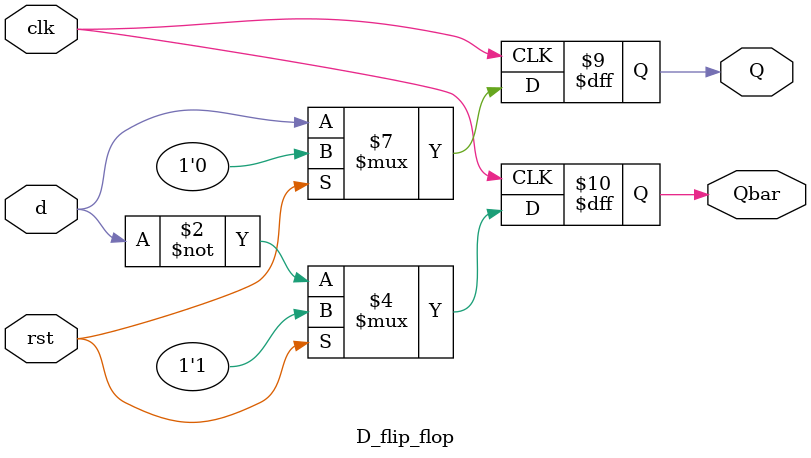
<source format=v>
module D_flip_flop (
    input d,clk,rst,    
    output reg Q,Qbar
);

always @(posedge clk) begin
    if(rst)begin
        Q<=0;
        Qbar<=1;
    end
    else begin
        Q<=d;
        Qbar<=~d;
    end
    
end
    
endmodule
</source>
